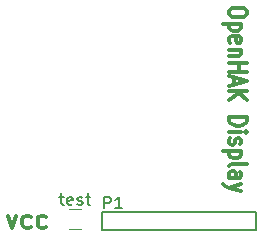
<source format=gbr>
G04 #@! TF.GenerationSoftware,KiCad,Pcbnew,(5.0.1-3-g963ef8bb5)*
G04 #@! TF.CreationDate,2019-06-17T13:28:08-10:00*
G04 #@! TF.ProjectId,OpenHAK_Display,4F70656E48414B5F446973706C61792E,rev?*
G04 #@! TF.SameCoordinates,Original*
G04 #@! TF.FileFunction,Legend,Top*
G04 #@! TF.FilePolarity,Positive*
%FSLAX46Y46*%
G04 Gerber Fmt 4.6, Leading zero omitted, Abs format (unit mm)*
G04 Created by KiCad (PCBNEW (5.0.1-3-g963ef8bb5)) date Monday, June 17, 2019 at 01:28:08 PM*
%MOMM*%
%LPD*%
G01*
G04 APERTURE LIST*
%ADD10C,0.300000*%
%ADD11C,0.200000*%
%ADD12C,0.120000*%
%ADD13C,0.150000*%
G04 APERTURE END LIST*
D10*
X119362142Y-111464571D02*
X119719285Y-112464571D01*
X120076428Y-111464571D01*
X121290714Y-112393142D02*
X121147857Y-112464571D01*
X120862142Y-112464571D01*
X120719285Y-112393142D01*
X120647857Y-112321714D01*
X120576428Y-112178857D01*
X120576428Y-111750285D01*
X120647857Y-111607428D01*
X120719285Y-111536000D01*
X120862142Y-111464571D01*
X121147857Y-111464571D01*
X121290714Y-111536000D01*
X122576428Y-112393142D02*
X122433571Y-112464571D01*
X122147857Y-112464571D01*
X122005000Y-112393142D01*
X121933571Y-112321714D01*
X121862142Y-112178857D01*
X121862142Y-111750285D01*
X121933571Y-111607428D01*
X122005000Y-111536000D01*
X122147857Y-111464571D01*
X122433571Y-111464571D01*
X122576428Y-111536000D01*
X139596428Y-94140523D02*
X139596428Y-94378619D01*
X139525000Y-94497666D01*
X139382142Y-94616714D01*
X139096428Y-94676238D01*
X138596428Y-94676238D01*
X138310714Y-94616714D01*
X138167857Y-94497666D01*
X138096428Y-94378619D01*
X138096428Y-94140523D01*
X138167857Y-94021476D01*
X138310714Y-93902428D01*
X138596428Y-93842904D01*
X139096428Y-93842904D01*
X139382142Y-93902428D01*
X139525000Y-94021476D01*
X139596428Y-94140523D01*
X139096428Y-95211952D02*
X137596428Y-95211952D01*
X139025000Y-95211952D02*
X139096428Y-95331000D01*
X139096428Y-95569095D01*
X139025000Y-95688142D01*
X138953571Y-95747666D01*
X138810714Y-95807190D01*
X138382142Y-95807190D01*
X138239285Y-95747666D01*
X138167857Y-95688142D01*
X138096428Y-95569095D01*
X138096428Y-95331000D01*
X138167857Y-95211952D01*
X138167857Y-96819095D02*
X138096428Y-96700047D01*
X138096428Y-96461952D01*
X138167857Y-96342904D01*
X138310714Y-96283380D01*
X138882142Y-96283380D01*
X139025000Y-96342904D01*
X139096428Y-96461952D01*
X139096428Y-96700047D01*
X139025000Y-96819095D01*
X138882142Y-96878619D01*
X138739285Y-96878619D01*
X138596428Y-96283380D01*
X139096428Y-97414333D02*
X138096428Y-97414333D01*
X138953571Y-97414333D02*
X139025000Y-97473857D01*
X139096428Y-97592904D01*
X139096428Y-97771476D01*
X139025000Y-97890523D01*
X138882142Y-97950047D01*
X138096428Y-97950047D01*
X138096428Y-98545285D02*
X139596428Y-98545285D01*
X138882142Y-98545285D02*
X138882142Y-99259571D01*
X138096428Y-99259571D02*
X139596428Y-99259571D01*
X138525000Y-99795285D02*
X138525000Y-100390523D01*
X138096428Y-99676238D02*
X139596428Y-100092904D01*
X138096428Y-100509571D01*
X138096428Y-100926238D02*
X139596428Y-100926238D01*
X138096428Y-101640523D02*
X138953571Y-101104809D01*
X139596428Y-101640523D02*
X138739285Y-100926238D01*
X138096428Y-103128619D02*
X139596428Y-103128619D01*
X139596428Y-103426238D01*
X139525000Y-103604809D01*
X139382142Y-103723857D01*
X139239285Y-103783380D01*
X138953571Y-103842904D01*
X138739285Y-103842904D01*
X138453571Y-103783380D01*
X138310714Y-103723857D01*
X138167857Y-103604809D01*
X138096428Y-103426238D01*
X138096428Y-103128619D01*
X138096428Y-104378619D02*
X139096428Y-104378619D01*
X139596428Y-104378619D02*
X139525000Y-104319095D01*
X139453571Y-104378619D01*
X139525000Y-104438142D01*
X139596428Y-104378619D01*
X139453571Y-104378619D01*
X138167857Y-104914333D02*
X138096428Y-105033380D01*
X138096428Y-105271476D01*
X138167857Y-105390523D01*
X138310714Y-105450047D01*
X138382142Y-105450047D01*
X138525000Y-105390523D01*
X138596428Y-105271476D01*
X138596428Y-105092904D01*
X138667857Y-104973857D01*
X138810714Y-104914333D01*
X138882142Y-104914333D01*
X139025000Y-104973857D01*
X139096428Y-105092904D01*
X139096428Y-105271476D01*
X139025000Y-105390523D01*
X139096428Y-105985761D02*
X137596428Y-105985761D01*
X139025000Y-105985761D02*
X139096428Y-106104809D01*
X139096428Y-106342904D01*
X139025000Y-106461952D01*
X138953571Y-106521476D01*
X138810714Y-106581000D01*
X138382142Y-106581000D01*
X138239285Y-106521476D01*
X138167857Y-106461952D01*
X138096428Y-106342904D01*
X138096428Y-106104809D01*
X138167857Y-105985761D01*
X138096428Y-107295285D02*
X138167857Y-107176238D01*
X138310714Y-107116714D01*
X139596428Y-107116714D01*
X138096428Y-108307190D02*
X138882142Y-108307190D01*
X139025000Y-108247666D01*
X139096428Y-108128619D01*
X139096428Y-107890523D01*
X139025000Y-107771476D01*
X138167857Y-108307190D02*
X138096428Y-108188142D01*
X138096428Y-107890523D01*
X138167857Y-107771476D01*
X138310714Y-107711952D01*
X138453571Y-107711952D01*
X138596428Y-107771476D01*
X138667857Y-107890523D01*
X138667857Y-108188142D01*
X138739285Y-108307190D01*
X139096428Y-108783380D02*
X138096428Y-109081000D01*
X139096428Y-109378619D02*
X138096428Y-109081000D01*
X137739285Y-108961952D01*
X137667857Y-108902428D01*
X137596428Y-108783380D01*
D11*
G04 #@! TO.C,P1*
X127326338Y-111190542D02*
X140326338Y-111190542D01*
X140326338Y-111190542D02*
X140326338Y-112690542D01*
X140326338Y-112690542D02*
X127326338Y-112690542D01*
X127326338Y-112690542D02*
X127326338Y-111190542D01*
D12*
G04 #@! TO.C,test*
X124505000Y-112611000D02*
X125505000Y-112611000D01*
X125505000Y-110911000D02*
X124505000Y-110911000D01*
G04 #@! TO.C,P1*
D13*
X127503242Y-110852922D02*
X127503242Y-109852922D01*
X127884195Y-109852922D01*
X127979433Y-109900542D01*
X128027052Y-109948161D01*
X128074671Y-110043399D01*
X128074671Y-110186256D01*
X128027052Y-110281494D01*
X127979433Y-110329113D01*
X127884195Y-110376732D01*
X127503242Y-110376732D01*
X129027052Y-110852922D02*
X128455623Y-110852922D01*
X128741338Y-110852922D02*
X128741338Y-109852922D01*
X128646099Y-109995780D01*
X128550861Y-110091018D01*
X128455623Y-110138637D01*
G04 #@! TO.C,test*
X123715476Y-109886714D02*
X124096428Y-109886714D01*
X123858333Y-109553380D02*
X123858333Y-110410523D01*
X123905952Y-110505761D01*
X124001190Y-110553380D01*
X124096428Y-110553380D01*
X124810714Y-110505761D02*
X124715476Y-110553380D01*
X124525000Y-110553380D01*
X124429761Y-110505761D01*
X124382142Y-110410523D01*
X124382142Y-110029571D01*
X124429761Y-109934333D01*
X124525000Y-109886714D01*
X124715476Y-109886714D01*
X124810714Y-109934333D01*
X124858333Y-110029571D01*
X124858333Y-110124809D01*
X124382142Y-110220047D01*
X125239285Y-110505761D02*
X125334523Y-110553380D01*
X125525000Y-110553380D01*
X125620238Y-110505761D01*
X125667857Y-110410523D01*
X125667857Y-110362904D01*
X125620238Y-110267666D01*
X125525000Y-110220047D01*
X125382142Y-110220047D01*
X125286904Y-110172428D01*
X125239285Y-110077190D01*
X125239285Y-110029571D01*
X125286904Y-109934333D01*
X125382142Y-109886714D01*
X125525000Y-109886714D01*
X125620238Y-109934333D01*
X125953571Y-109886714D02*
X126334523Y-109886714D01*
X126096428Y-109553380D02*
X126096428Y-110410523D01*
X126144047Y-110505761D01*
X126239285Y-110553380D01*
X126334523Y-110553380D01*
G04 #@! TD*
M02*

</source>
